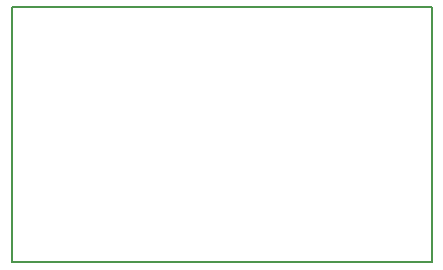
<source format=gm1>
G04 #@! TF.FileFunction,Profile,NP*
%FSLAX46Y46*%
G04 Gerber Fmt 4.6, Leading zero omitted, Abs format (unit mm)*
G04 Created by KiCad (PCBNEW 4.0.1-stable) date Sun 07 Feb 2016 03:44:16 PM PST*
%MOMM*%
G01*
G04 APERTURE LIST*
%ADD10C,0.100000*%
%ADD11C,0.200000*%
G04 APERTURE END LIST*
D10*
D11*
X135890000Y-92710000D02*
X135890000Y-114300000D01*
X171450000Y-92710000D02*
X135890000Y-92710000D01*
X171450000Y-114300000D02*
X171450000Y-92710000D01*
X135890000Y-114300000D02*
X171450000Y-114300000D01*
M02*

</source>
